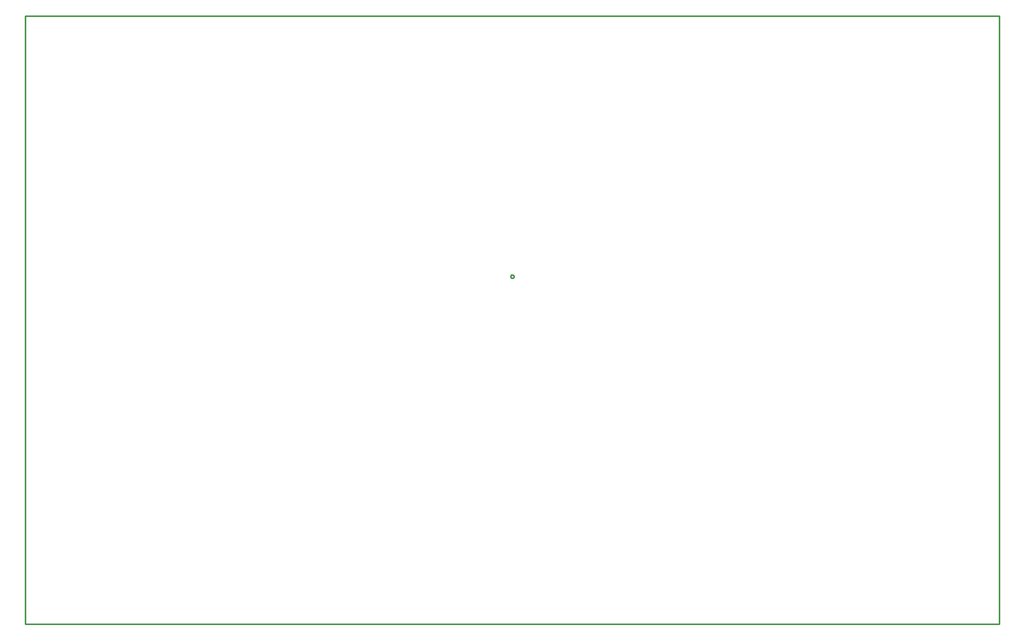
<source format=gbr>
G04 EAGLE Gerber X2 export*
%TF.Part,Single*%
%TF.FileFunction,Profile,NP*%
%TF.FilePolarity,Positive*%
%TF.GenerationSoftware,Autodesk,EAGLE,9.0.1*%
%TF.CreationDate,2018-06-14T16:10:13Z*%
G75*
%MOMM*%
%FSLAX34Y34*%
%LPD*%
%AMOC8*
5,1,8,0,0,1.08239X$1,22.5*%
G01*
%ADD10C,0.254000*%


D10*
X0Y0D02*
X1600000Y0D01*
X1600000Y1000000D01*
X0Y1000000D01*
X0Y0D01*
X802850Y571284D02*
X802782Y570856D01*
X802649Y570444D01*
X802452Y570059D01*
X802198Y569709D01*
X801892Y569402D01*
X801541Y569148D01*
X801156Y568951D01*
X800744Y568818D01*
X800316Y568750D01*
X799884Y568750D01*
X799456Y568818D01*
X799044Y568951D01*
X798659Y569148D01*
X798309Y569402D01*
X798002Y569709D01*
X797748Y570059D01*
X797551Y570444D01*
X797418Y570856D01*
X797350Y571284D01*
X797350Y571716D01*
X797418Y572144D01*
X797551Y572556D01*
X797748Y572941D01*
X798002Y573292D01*
X798309Y573598D01*
X798659Y573852D01*
X799044Y574049D01*
X799456Y574182D01*
X799884Y574250D01*
X800316Y574250D01*
X800744Y574182D01*
X801156Y574049D01*
X801541Y573852D01*
X801892Y573598D01*
X802198Y573292D01*
X802452Y572941D01*
X802649Y572556D01*
X802782Y572144D01*
X802850Y571716D01*
X802850Y571284D01*
X802850Y571284D02*
X802782Y570856D01*
X802649Y570444D01*
X802452Y570059D01*
X802198Y569709D01*
X801892Y569402D01*
X801541Y569148D01*
X801156Y568951D01*
X800744Y568818D01*
X800316Y568750D01*
X799884Y568750D01*
X799456Y568818D01*
X799044Y568951D01*
X798659Y569148D01*
X798309Y569402D01*
X798002Y569709D01*
X797748Y570059D01*
X797551Y570444D01*
X797418Y570856D01*
X797350Y571284D01*
X797350Y571716D01*
X797418Y572144D01*
X797551Y572556D01*
X797748Y572941D01*
X798002Y573292D01*
X798309Y573598D01*
X798659Y573852D01*
X799044Y574049D01*
X799456Y574182D01*
X799884Y574250D01*
X800316Y574250D01*
X800744Y574182D01*
X801156Y574049D01*
X801541Y573852D01*
X801892Y573598D01*
X802198Y573292D01*
X802452Y572941D01*
X802649Y572556D01*
X802782Y572144D01*
X802850Y571716D01*
X802850Y571284D01*
M02*

</source>
